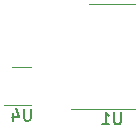
<source format=gbr>
G04 #@! TF.GenerationSoftware,KiCad,Pcbnew,(5.1.2)-1*
G04 #@! TF.CreationDate,2019-11-23T21:49:29-05:00*
G04 #@! TF.ProjectId,c128-sram,63313238-2d73-4726-916d-2e6b69636164,rev?*
G04 #@! TF.SameCoordinates,Original*
G04 #@! TF.FileFunction,Legend,Bot*
G04 #@! TF.FilePolarity,Positive*
%FSLAX46Y46*%
G04 Gerber Fmt 4.6, Leading zero omitted, Abs format (unit mm)*
G04 Created by KiCad (PCBNEW (5.1.2)-1) date 2019-11-23 21:49:29*
%MOMM*%
%LPD*%
G04 APERTURE LIST*
%ADD10C,0.120000*%
%ADD11C,0.150000*%
G04 APERTURE END LIST*
D10*
X77470000Y-99705000D02*
X79420000Y-99705000D01*
X77470000Y-99705000D02*
X75520000Y-99705000D01*
X77470000Y-108575000D02*
X79420000Y-108575000D01*
X77470000Y-108575000D02*
X74020000Y-108575000D01*
X69050000Y-105080000D02*
X70650000Y-105080000D01*
X70650000Y-108280000D02*
X68350000Y-108280000D01*
D11*
X78231904Y-108872380D02*
X78231904Y-109681904D01*
X78184285Y-109777142D01*
X78136666Y-109824761D01*
X78041428Y-109872380D01*
X77850952Y-109872380D01*
X77755714Y-109824761D01*
X77708095Y-109777142D01*
X77660476Y-109681904D01*
X77660476Y-108872380D01*
X76660476Y-109872380D02*
X77231904Y-109872380D01*
X76946190Y-109872380D02*
X76946190Y-108872380D01*
X77041428Y-109015238D01*
X77136666Y-109110476D01*
X77231904Y-109158095D01*
X70611904Y-108582380D02*
X70611904Y-109391904D01*
X70564285Y-109487142D01*
X70516666Y-109534761D01*
X70421428Y-109582380D01*
X70230952Y-109582380D01*
X70135714Y-109534761D01*
X70088095Y-109487142D01*
X70040476Y-109391904D01*
X70040476Y-108582380D01*
X69135714Y-108915714D02*
X69135714Y-109582380D01*
X69373809Y-108534761D02*
X69611904Y-109249047D01*
X68992857Y-109249047D01*
M02*

</source>
